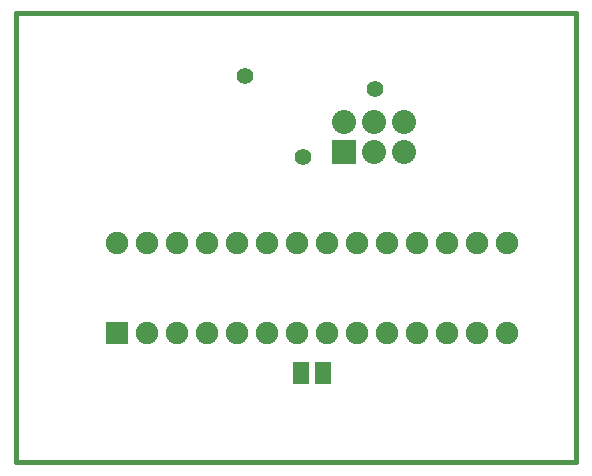
<source format=gbs>
G04 (created by PCBNEW-RS274X (2010-00-09 BZR 23xx)-stable) date Sun 16 Oct 2011 03:02:59 PM EDT*
G01*
G70*
G90*
%MOIN*%
G04 Gerber Fmt 3.4, Leading zero omitted, Abs format*
%FSLAX34Y34*%
G04 APERTURE LIST*
%ADD10C,0.006000*%
%ADD11C,0.015000*%
%ADD12C,0.075000*%
%ADD13R,0.075000X0.075000*%
%ADD14R,0.080000X0.080000*%
%ADD15C,0.080000*%
%ADD16R,0.055000X0.075000*%
%ADD17C,0.055000*%
G04 APERTURE END LIST*
G54D10*
G54D11*
X25260Y-21640D02*
X25270Y-21640D01*
X25260Y-36610D02*
X25260Y-21640D01*
X43910Y-36610D02*
X25260Y-36610D01*
X43910Y-21630D02*
X43910Y-36610D01*
X25280Y-21630D02*
X43910Y-21630D01*
G54D12*
X29600Y-32300D03*
X30600Y-32300D03*
X31600Y-32300D03*
X32600Y-32300D03*
X33600Y-32300D03*
X34600Y-32300D03*
X35600Y-32300D03*
X36600Y-32300D03*
X37600Y-32300D03*
X38600Y-32300D03*
X39600Y-32300D03*
X40600Y-32300D03*
X41600Y-32300D03*
G54D13*
X28600Y-32300D03*
G54D12*
X41600Y-29300D03*
X40600Y-29300D03*
X39600Y-29300D03*
X38600Y-29300D03*
X37600Y-29300D03*
X36600Y-29300D03*
X35600Y-29300D03*
X34600Y-29300D03*
X33600Y-29300D03*
X32600Y-29300D03*
X31600Y-29300D03*
X30600Y-29300D03*
X29600Y-29300D03*
X28600Y-29300D03*
G54D14*
X36190Y-26250D03*
G54D15*
X36190Y-25250D03*
X37190Y-26250D03*
X37190Y-25250D03*
X38190Y-26250D03*
X38190Y-25250D03*
G54D16*
X34745Y-33640D03*
X35495Y-33640D03*
G54D17*
X32880Y-23730D03*
X37210Y-24180D03*
X34800Y-26430D03*
M02*

</source>
